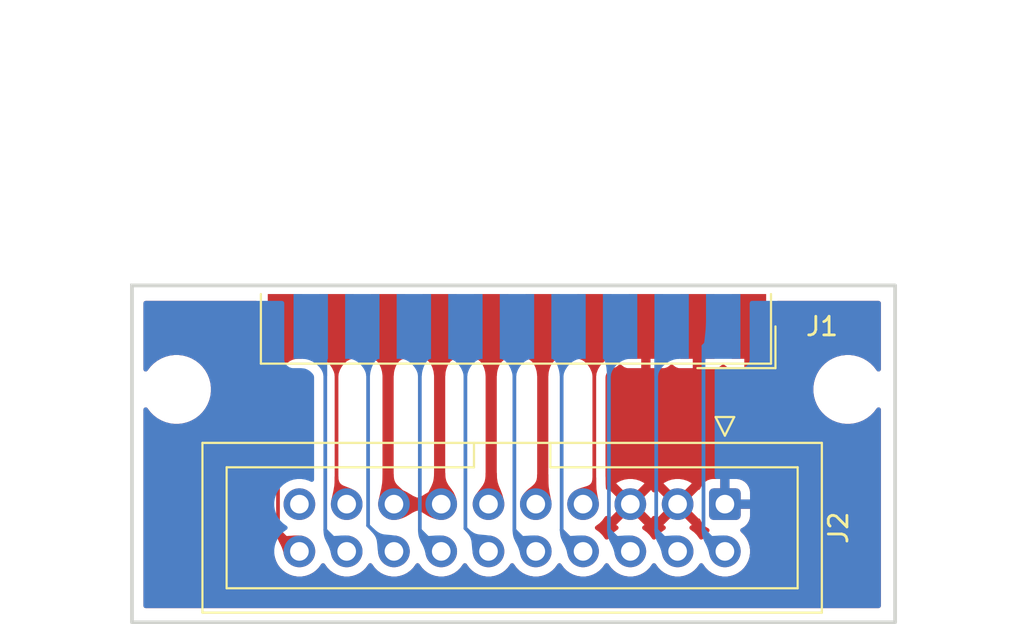
<source format=kicad_pcb>
(kicad_pcb (version 20241229) (generator "pcbnew") (generator_version "9.0")
  (layers (0 "F.Cu" signal) (2 "B.Cu" signal) (13 "F.Paste" user) (15 "B.Paste" user) (5 "F.SilkS" user "F.Silkscreen") (7 "B.SilkS" user "B.Silkscreen") (1 "F.Mask" user) (3 "B.Mask" user) (25 "Edge.Cuts" user))
  (net 0 "")
  (net 1 "GND")
  (net 2 "EN3.5")
  (net 3 "-12V")
  (net 4 "+5V")
  (net 5 "+12V")
  (net 6 "DRV2")
  (net 7 "WRPROT")
  (net 8 "PH0")
  (net 9 "PH1")
  (net 10 "PH2")
  (net 11 "PH3")
  (net 12 "WREQ")
  (net 13 "HDSEL")
  (net 14 "DRV1")
  (net 15 "RDDATA")
  (net 16 "WRDATA")
  (footprint "Connector_IDC:IDC-Header_2x10_P2.54mm_Vertical" (layer "F.Cu") (at 115.062 81.026 -90)
    (property "Reference" "J2" (at 1.27 -6.1 90) (layer "F.SilkS"))
    (property "Value" "IDC20")
    (fp_line (start -3.29 28.07) (end -3.29 -5.21) (stroke (width 0.12)) (layer "F.SilkS"))
    (fp_line (start 5.83 28.07) (end -3.29 28.07) (stroke (width 0.12)) (layer "F.SilkS"))
    (fp_line (start -1.98 26.77) (end -1.98 13.48) (stroke (width 0.12)) (layer "F.SilkS"))
    (fp_line (start 4.52 26.77) (end -1.98 26.77) (stroke (width 0.12)) (layer "F.SilkS"))
    (fp_line (start -1.98 13.48) (end -3.29 13.48) (stroke (width 0.12)) (layer "F.SilkS"))
    (fp_line (start -1.98 13.48) (end -1.98 13.48) (stroke (width 0.12)) (layer "F.SilkS"))
    (fp_line (start -3.29 9.38) (end -1.98 9.38) (stroke (width 0.12)) (layer "F.SilkS"))
    (fp_line (start -1.98 9.38) (end -1.98 -3.91) (stroke (width 0.12)) (layer "F.SilkS"))
    (fp_line (start -4.68 0.5) (end -3.68 0) (stroke (width 0.12)) (layer "F.SilkS"))
    (fp_line (start -3.68 0) (end -4.68 -0.5) (stroke (width 0.12)) (layer "F.SilkS"))
    (fp_line (start -4.68 -0.5) (end -4.68 0.5) (stroke (width 0.12)) (layer "F.SilkS"))
    (fp_line (start -1.98 -3.91) (end 4.52 -3.91) (stroke (width 0.12)) (layer "F.SilkS"))
    (fp_line (start 4.52 -3.91) (end 4.52 26.77) (stroke (width 0.12)) (layer "F.SilkS"))
    (fp_line (start -3.29 -5.21) (end 5.83 -5.21) (stroke (width 0.12)) (layer "F.SilkS"))
    (fp_line (start 5.83 -5.21) (end 5.83 28.07) (stroke (width 0.12)) (layer "F.SilkS"))
    (pad "1" thru_hole roundrect (at 0 0 270) (size 1.7 1.7) (drill 1) (layers "*.Cu" "*.Mask") (roundrect_rratio 0.147059) (net 1 "GND"))
    (pad "2" thru_hole circle (at 2.54 0 270) (size 1.7 1.7) (drill 1) (layers "*.Cu" "*.Mask") (net 8 "PH0"))
    (pad "3" thru_hole circle (at 0 2.54 270) (size 1.7 1.7) (drill 1) (layers "*.Cu" "*.Mask") (net 1 "GND"))
    (pad "4" thru_hole circle (at 2.54 2.54 270) (size 1.7 1.7) (drill 1) (layers "*.Cu" "*.Mask") (net 9 "PH1"))
    (pad "5" thru_hole circle (at 0 5.08 270) (size 1.7 1.7) (drill 1) (layers "*.Cu" "*.Mask") (net 1 "GND"))
    (pad "6" thru_hole circle (at 2.54 5.08 270) (size 1.7 1.7) (drill 1) (layers "*.Cu" "*.Mask") (net 10 "PH2"))
    (pad "7" thru_hole circle (at 0 7.62 270) (size 1.7 1.7) (drill 1) (layers "*.Cu" "*.Mask") (net 2 "EN3.5"))
    (pad "8" thru_hole circle (at 2.54 7.62 270) (size 1.7 1.7) (drill 1) (layers "*.Cu" "*.Mask") (net 11 "PH3"))
    (pad "9" thru_hole circle (at 0 10.16 270) (size 1.7 1.7) (drill 1) (layers "*.Cu" "*.Mask") (net 3 "-12V"))
    (pad "10" thru_hole circle (at 2.54 10.16 270) (size 1.7 1.7) (drill 1) (layers "*.Cu" "*.Mask") (net 12 "WREQ"))
    (pad "11" thru_hole circle (at 0 12.7 270) (size 1.7 1.7) (drill 1) (layers "*.Cu" "*.Mask") (net 4 "+5V"))
    (pad "12" thru_hole circle (at 2.54 12.7 270) (size 1.7 1.7) (drill 1) (layers "*.Cu" "*.Mask") (net 13 "HDSEL"))
    (pad "13" thru_hole circle (at 0 15.24 270) (size 1.7 1.7) (drill 1) (layers "*.Cu" "*.Mask") (net 5 "+12V"))
    (pad "14" thru_hole circle (at 2.54 15.24 270) (size 1.7 1.7) (drill 1) (layers "*.Cu" "*.Mask") (net 14 "DRV1"))
    (pad "15" thru_hole circle (at 0 17.78 270) (size 1.7 1.7) (drill 1) (layers "*.Cu" "*.Mask") (net 5 "+12V"))
    (pad "16" thru_hole circle (at 2.54 17.78 270) (size 1.7 1.7) (drill 1) (layers "*.Cu" "*.Mask") (net 15 "RDDATA"))
    (pad "17" thru_hole circle (at 0 20.32 270) (size 1.7 1.7) (drill 1) (layers "*.Cu" "*.Mask") (net 6 "DRV2"))
    (pad "18" thru_hole circle (at 2.54 20.32 270) (size 1.7 1.7) (drill 1) (layers "*.Cu" "*.Mask") (net 16 "WRDATA"))
    (pad "19" thru_hole circle (at 0 22.86 270) (size 1.7 1.7) (drill 1) (layers "*.Cu" "*.Mask"))
    (pad "20" thru_hole circle (at 2.54 22.86 270) (size 1.7 1.7) (drill 1) (layers "*.Cu" "*.Mask") (net 7 "WRPROT"))
  )
  (footprint "MountingHole:MountingHole_3.2mm_M3" (layer "F.Cu") (at 121.666 74.864)
    (property "Reference" "REF**")
    (property "Value" "MountingHole_3.2mm_M3")
    (pad "" np_thru_hole circle (at 0 0) (size 3.2 3.2) (drill 3.2) (layers "*.Cu" "*.Mask"))
  )
  (footprint "MountingHole:MountingHole_3.2mm_M3" (layer "F.Cu") (at 85.598 74.864)
    (property "Reference" "REF**")
    (property "Value" "MountingHole_3.2mm_M3")
    (pad "" np_thru_hole circle (at 0 0) (size 3.2 3.2) (drill 3.2) (layers "*.Cu" "*.Mask"))
  )
  (footprint "DSUB-19-soldertype:DSUB-19_Male_EdgeMount_Pitch2.77mm" (layer "F.Cu") (at 103.886 71.4785 180)
    (property "Reference" "J1" (at -16.393333 0 0) (layer "F.SilkS"))
    (property "Value" "DB19")
    (fp_line (start 13.753333 1.74) (end 13.753333 -2) (stroke (width 0.12)) (layer "F.SilkS"))
    (fp_line (start 13.753333 -2) (end -13.653333 -2) (stroke (width 0.12)) (layer "F.SilkS"))
    (fp_line (start -13.653333 -2) (end -13.653333 1.74) (stroke (width 0.12)) (layer "F.SilkS"))
    (fp_line (start -13.893333 0) (end -13.893333 -2.24) (stroke (width 0.12)) (layer "F.SilkS"))
    (fp_line (start -13.893333 -2.24) (end -9.7 -2.24) (stroke (width 0.12)) (layer "F.SilkS"))
    (pad "1" smd rect (at -12.47 0 180) (size 1.846667 3.48) (layers "F.Cu" "F.Mask" "F.Paste") (net 1 "GND"))
    (pad "2" smd rect (at -9.7 0 180) (size 1.846667 3.48) (layers "F.Cu" "F.Mask" "F.Paste") (net 1 "GND"))
    (pad "3" smd rect (at -6.93 0 180) (size 1.846667 3.48) (layers "F.Cu" "F.Mask" "F.Paste") (net 1 "GND"))
    (pad "4" smd rect (at -4.16 0 180) (size 1.846667 3.48) (layers "F.Cu" "F.Mask" "F.Paste") (net 2 "EN3.5"))
    (pad "5" smd rect (at -1.39 0 180) (size 1.846667 3.48) (layers "F.Cu" "F.Mask" "F.Paste") (net 3 "-12V"))
    (pad "6" smd rect (at 1.38 0 180) (size 1.846667 3.48) (layers "F.Cu" "F.Mask" "F.Paste") (net 4 "+5V"))
    (pad "7" smd rect (at 4.15 0 180) (size 1.846667 3.48) (layers "F.Cu" "F.Mask" "F.Paste") (net 5 "+12V"))
    (pad "8" smd rect (at 6.92 0 180) (size 1.846667 3.48) (layers "F.Cu" "F.Mask" "F.Paste") (net 5 "+12V"))
    (pad "9" smd rect (at 9.69 0 180) (size 1.846667 3.48) (layers "F.Cu" "F.Mask" "F.Paste") (net 6 "DRV2"))
    (pad "10" smd rect (at 12.46 0 180) (size 1.846667 3.48) (layers "F.Cu" "F.Mask" "F.Paste") (net 7 "WRPROT"))
    (pad "11" smd rect (at -11.085 0 180) (size 1.846667 3.48) (layers "B.Cu" "B.Mask" "B.Paste") (net 8 "PH0"))
    (pad "12" smd rect (at -8.315 0 180) (size 1.846667 3.48) (layers "B.Cu" "B.Mask" "B.Paste") (net 9 "PH1"))
    (pad "13" smd rect (at -5.545 0 180) (size 1.846667 3.48) (layers "B.Cu" "B.Mask" "B.Paste") (net 10 "PH2"))
    (pad "14" smd rect (at -2.775 0 180) (size 1.846667 3.48) (layers "B.Cu" "B.Mask" "B.Paste") (net 11 "PH3"))
    (pad "15" smd rect (at -0.005 0 180) (size 1.846667 3.48) (layers "B.Cu" "B.Mask" "B.Paste") (net 12 "WREQ"))
    (pad "16" smd rect (at 2.765 0 180) (size 1.846667 3.48) (layers "B.Cu" "B.Mask" "B.Paste") (net 13 "HDSEL"))
    (pad "17" smd rect (at 5.535 0 180) (size 1.846667 3.48) (layers "B.Cu" "B.Mask" "B.Paste") (net 14 "DRV1"))
    (pad "18" smd rect (at 8.305 0 180) (size 1.846667 3.48) (layers "B.Cu" "B.Mask" "B.Paste") (net 15 "RDDATA"))
    (pad "19" smd rect (at 11.075 0 180) (size 1.846667 3.48) (layers "B.Cu" "B.Mask" "B.Paste") (net 16 "WRDATA"))
  )
  (gr_rect (start 83.206 69.276) (end 124.206 87.376) (stroke (width 0.2)) (fill no) (layer "Edge.Cuts"))
  (segment (start 108.046 80.422) (end 107.442 81.026) (width 0.2) (layer "F.Cu") (net 2))
  (segment (start 108.046 71.4785) (end 108.046 80.422) (width 0.2) (layer "F.Cu") (net 2))
  (segment (start 105.276 80.652) (end 104.902 81.026) (width 0.6) (layer "F.Cu") (net 3))
  (segment (start 105.276 71.4785) (end 105.276 80.652) (width 0.6) (layer "F.Cu") (net 3))
  (segment (start 102.506 71.4785) (end 102.506 80.882) (width 0.6) (layer "F.Cu") (net 4))
  (segment (start 102.506 80.882) (end 102.362 81.026) (width 0.6) (layer "F.Cu") (net 4))
  (segment (start 99.736 71.4785) (end 99.736 80.94) (width 0.6) (layer "F.Cu") (net 5))
  (segment (start 96.966 71.4785) (end 99.736 71.4785) (width 0.6) (layer "F.Cu") (net 5))
  (segment (start 96.966 80.71) (end 97.282 81.026) (width 0.6) (layer "F.Cu") (net 5))
  (segment (start 99.736 80.94) (end 99.822 81.026) (width 0.6) (layer "F.Cu") (net 5))
  (segment (start 97.282 81.026) (end 99.822 81.026) (width 0.6) (layer "F.Cu") (net 5))
  (segment (start 96.966 71.4785) (end 96.966 80.71) (width 0.6) (layer "F.Cu") (net 5))
  (segment (start 94.196 71.4785) (end 94.196 80.48) (width 0.2) (layer "F.Cu") (net 6))
  (segment (start 94.196 80.48) (end 94.742 81.026) (width 0.2) (layer "F.Cu") (net 6))
  (segment (start 91.052 71.8525) (end 91.052 82.416) (width 0.2) (layer "F.Cu") (net 7))
  (segment (start 91.426 71.4785) (end 91.052 71.8525) (width 0.2) (layer "F.Cu") (net 7))
  (segment (start 91.052 82.416) (end 92.202 83.566) (width 0.2) (layer "F.Cu") (net 7))
  (segment (start 113.912 72.5375) (end 113.912 82.416) (width 0.2) (layer "B.Cu") (net 8))
  (segment (start 113.912 82.416) (end 115.062 83.566) (width 0.2) (layer "B.Cu") (net 8))
  (segment (start 114.971 71.4785) (end 113.912 72.5375) (width 0.2) (layer "B.Cu") (net 8))
  (segment (start 112.201 71.4785) (end 111.372 72.3075) (width 0.2) (layer "B.Cu") (net 9))
  (segment (start 111.372 72.3075) (end 111.372 82.416) (width 0.2) (layer "B.Cu") (net 9))
  (segment (start 111.372 82.416) (end 112.522 83.566) (width 0.2) (layer "B.Cu") (net 9))
  (segment (start 108.832 72.0775) (end 108.832 82.416) (width 0.2) (layer "B.Cu") (net 10))
  (segment (start 109.431 71.4785) (end 108.832 72.0775) (width 0.2) (layer "B.Cu") (net 10))
  (segment (start 108.832 82.416) (end 109.982 83.566) (width 0.2) (layer "B.Cu") (net 10))
  (segment (start 106.292 82.416) (end 107.442 83.566) (width 0.2) (layer "B.Cu") (net 11))
  (segment (start 106.661 71.4785) (end 106.292 71.8475) (width 0.2) (layer "B.Cu") (net 11))
  (segment (start 106.292 71.8475) (end 106.292 82.416) (width 0.2) (layer "B.Cu") (net 11))
  (segment (start 103.752 82.416) (end 104.902 83.566) (width 0.2) (layer "B.Cu") (net 12))
  (segment (start 103.752 71.6175) (end 103.752 82.416) (width 0.2) (layer "B.Cu") (net 12))
  (segment (start 103.891 71.4785) (end 103.752 71.6175) (width 0.2) (layer "B.Cu") (net 12))
  (segment (start 101.121 71.4785) (end 101.121 82.325) (width 0.2) (layer "B.Cu") (net 13))
  (segment (start 101.121 82.325) (end 102.362 83.566) (width 0.2) (layer "B.Cu") (net 13))
  (segment (start 98.672 71.7995) (end 98.672 82.416) (width 0.2) (layer "B.Cu") (net 14))
  (segment (start 98.672 82.416) (end 99.822 83.566) (width 0.2) (layer "B.Cu") (net 14))
  (segment (start 98.351 71.4785) (end 98.672 71.7995) (width 0.2) (layer "B.Cu") (net 14))
  (segment (start 95.892 71.7895) (end 95.892 82.176) (width 0.2) (layer "B.Cu") (net 15))
  (segment (start 95.892 82.176) (end 97.282 83.566) (width 0.2) (layer "B.Cu") (net 15))
  (segment (start 95.581 71.4785) (end 95.892 71.7895) (width 0.2) (layer "B.Cu") (net 15))
  (segment (start 93.592 82.416) (end 94.742 83.566) (width 0.2) (layer "B.Cu") (net 16))
  (segment (start 92.811 71.4785) (end 93.592 72.2595) (width 0.2) (layer "B.Cu") (net 16))
  (segment (start 93.592 72.2595) (end 93.592 82.416) (width 0.2) (layer "B.Cu") (net 16))
  (zone (net 1) (net_name "GND") (layers "F.Cu" "B.Cu") (connect_pads (clearance 0.5)) (min_thickness 0.25) (fill yes (thermal_gap 0.5) (thermal_bridge_width 0.5))
    (polygon (pts (xy 83.82 70.104) (xy 123.444 70.104) (xy 123.444 86.614) (xy 83.82 86.614)))
  )
)
</source>
